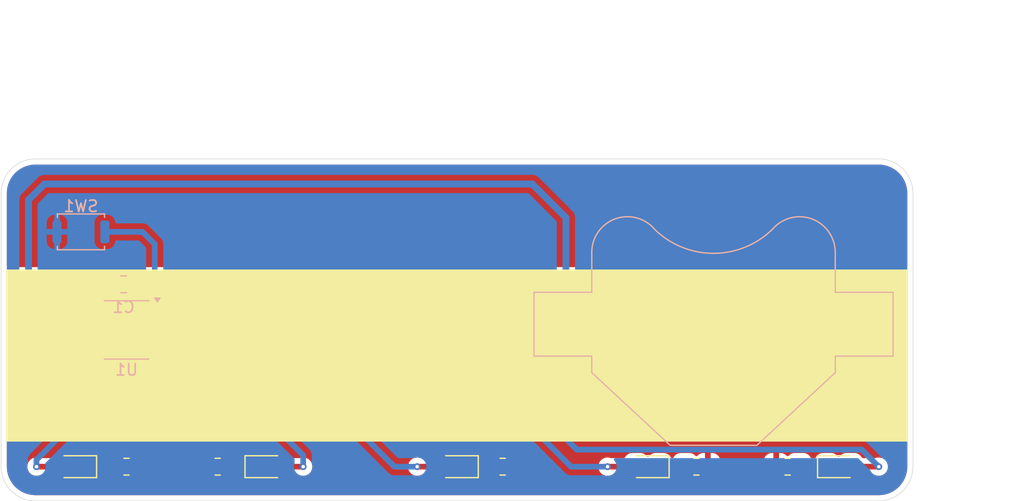
<source format=kicad_pcb>
(kicad_pcb (version 20240108) (generator "pcbnew") (generator_version "8.0")
  (layers (0 "F.Cu" signal) (31 "B.Cu" signal) (34 "B.Paste" user) (35 "F.Paste" user) (36 "B.SilkS" user "B.Silkscreen") (37 "F.SilkS" user "F.Silkscreen") (38 "B.Mask" user) (39 "F.Mask" user) (44 "Edge.Cuts" user))
  (net 0 "")
  (net 1 "+BATT")
  (net 2 "GND")
  (net 3 "Net-(D1-K)")
  (net 4 "Net-(D1-A)")
  (net 5 "Net-(D2-A)")
  (net 6 "Net-(D2-K)")
  (net 7 "Net-(D3-A)")
  (net 8 "Net-(D3-K)")
  (net 9 "Net-(D4-K)")
  (net 10 "Net-(D4-A)")
  (net 11 "Net-(D5-K)")
  (net 12 "Net-(D5-A)")
  (net 13 "Net-(U1-~{RESET}{slash}PB5)")
  (footprint "Resistor_SMD:R_0805_2012Metric_Pad1.20x1.40mm_HandSolder" (layer "F.Cu") (at 133 85.5 180)
    (property "Reference" "R5" (hide yes))
    (property "Value" "R" (hide yes))
    (fp_line (start -0.227064 0.735) (end 0.227064 0.735) (stroke (width 0.12)) (layer "F.SilkS"))
    (fp_line (start -0.227064 -0.735) (end 0.227064 -0.735) (stroke (width 0.12)) (layer "F.SilkS"))
    (pad "1" smd roundrect (at -1 0 180) (size 1.2 1.4) (layers "F.Cu" "F.Paste" "F.Mask") (roundrect_rratio 0.208333) (net 11 "Net-(D5-K)"))
    (pad "2" smd roundrect (at 1 0 180) (size 1.2 1.4) (layers "F.Cu" "F.Paste" "F.Mask") (roundrect_rratio 0.208333) (net 2 "GND"))
  )
  (footprint "Resistor_SMD:R_0805_2012Metric_Pad1.20x1.40mm_HandSolder" (layer "F.Cu") (at 83 85.5 180)
    (property "Reference" "R2" (hide yes))
    (property "Value" "R" (hide yes))
    (fp_line (start -0.227064 0.735) (end 0.227064 0.735) (stroke (width 0.12)) (layer "F.SilkS"))
    (fp_line (start -0.227064 -0.735) (end 0.227064 -0.735) (stroke (width 0.12)) (layer "F.SilkS"))
    (pad "1" smd roundrect (at -1 0 180) (size 1.2 1.4) (layers "F.Cu" "F.Paste" "F.Mask") (roundrect_rratio 0.208333) (net 6 "Net-(D2-K)"))
    (pad "2" smd roundrect (at 1 0 180) (size 1.2 1.4) (layers "F.Cu" "F.Paste" "F.Mask") (roundrect_rratio 0.208333) (net 2 "GND"))
  )
  (footprint "LED_SMD:LED_0805_2012Metric_Pad1.15x1.40mm_HandSolder" (layer "F.Cu") (at 137.4875 85.5)
    (property "Reference" "D5" (hide yes))
    (property "Value" "LED" (hide yes))
    (fp_line (start -1.86 -0.96) (end -1.86 0.96) (stroke (width 0.12)) (layer "F.SilkS"))
    (fp_line (start -1.86 0.96) (end 1 0.96) (stroke (width 0.12)) (layer "F.SilkS"))
    (fp_line (start 1 -0.96) (end -1.86 -0.96) (stroke (width 0.12)) (layer "F.SilkS"))
    (pad "1" smd roundrect (at -1.025 0) (size 1.15 1.4) (layers "F.Cu" "F.Paste" "F.Mask") (roundrect_rratio 0.217391) (net 11 "Net-(D5-K)"))
    (pad "2" smd roundrect (at 1.025 0) (size 1.15 1.4) (layers "F.Cu" "F.Paste" "F.Mask") (roundrect_rratio 0.217391) (net 12 "Net-(D5-A)"))
  )
  (footprint "Resistor_SMD:R_0805_2012Metric_Pad1.20x1.40mm_HandSolder" (layer "F.Cu") (at 108 85.5)
    (property "Reference" "R3" (hide yes))
    (property "Value" "R" (hide yes))
    (fp_line (start -0.227064 -0.735) (end 0.227064 -0.735) (stroke (width 0.12)) (layer "F.SilkS"))
    (fp_line (start -0.227064 0.735) (end 0.227064 0.735) (stroke (width 0.12)) (layer "F.SilkS"))
    (pad "1" smd roundrect (at -1 0) (size 1.2 1.4) (layers "F.Cu" "F.Paste" "F.Mask") (roundrect_rratio 0.208333) (net 8 "Net-(D3-K)"))
    (pad "2" smd roundrect (at 1 0) (size 1.2 1.4) (layers "F.Cu" "F.Paste" "F.Mask") (roundrect_rratio 0.208333) (net 2 "GND"))
  )
  (footprint "Resistor_SMD:R_0805_2012Metric_Pad1.20x1.40mm_HandSolder" (layer "F.Cu") (at 125 85.5)
    (property "Reference" "R4" (hide yes))
    (property "Value" "R" (hide yes))
    (fp_line (start -0.227064 -0.735) (end 0.227064 -0.735) (stroke (width 0.12)) (layer "F.SilkS"))
    (fp_line (start -0.227064 0.735) (end 0.227064 0.735) (stroke (width 0.12)) (layer "F.SilkS"))
    (pad "1" smd roundrect (at -1 0) (size 1.2 1.4) (layers "F.Cu" "F.Paste" "F.Mask") (roundrect_rratio 0.208333) (net 9 "Net-(D4-K)"))
    (pad "2" smd roundrect (at 1 0) (size 1.2 1.4) (layers "F.Cu" "F.Paste" "F.Mask") (roundrect_rratio 0.208333) (net 2 "GND"))
  )
  (footprint "LED_SMD:LED_0805_2012Metric_Pad1.15x1.40mm_HandSolder" (layer "F.Cu") (at 87.25625 85.5)
    (property "Reference" "D2" (hide yes))
    (property "Value" "LED" (hide yes))
    (fp_line (start -1.86 -0.96) (end -1.86 0.96) (stroke (width 0.12)) (layer "F.SilkS"))
    (fp_line (start -1.86 0.96) (end 1 0.96) (stroke (width 0.12)) (layer "F.SilkS"))
    (fp_line (start 1 -0.96) (end -1.86 -0.96) (stroke (width 0.12)) (layer "F.SilkS"))
    (pad "1" smd roundrect (at -1.025 0) (size 1.15 1.4) (layers "F.Cu" "F.Paste" "F.Mask") (roundrect_rratio 0.217391) (net 6 "Net-(D2-K)"))
    (pad "2" smd roundrect (at 1.025 0) (size 1.15 1.4) (layers "F.Cu" "F.Paste" "F.Mask") (roundrect_rratio 0.217391) (net 5 "Net-(D2-A)"))
  )
  (footprint "LED_SMD:LED_0805_2012Metric_Pad1.15x1.40mm_HandSolder" (layer "F.Cu") (at 104 85.5 180)
    (property "Reference" "D3" (hide yes))
    (property "Value" "LED" (hide yes))
    (fp_line (start 1 -0.96) (end -1.86 -0.96) (stroke (width 0.12)) (layer "F.SilkS"))
    (fp_line (start -1.86 0.96) (end 1 0.96) (stroke (width 0.12)) (layer "F.SilkS"))
    (fp_line (start -1.86 -0.96) (end -1.86 0.96) (stroke (width 0.12)) (layer "F.SilkS"))
    (pad "1" smd roundrect (at -1.025 0 180) (size 1.15 1.4) (layers "F.Cu" "F.Paste" "F.Mask") (roundrect_rratio 0.217391) (net 8 "Net-(D3-K)"))
    (pad "2" smd roundrect (at 1.025 0 180) (size 1.15 1.4) (layers "F.Cu" "F.Paste" "F.Mask") (roundrect_rratio 0.217391) (net 7 "Net-(D3-A)"))
  )
  (footprint "Resistor_SMD:R_0805_2012Metric_Pad1.20x1.40mm_HandSolder" (layer "F.Cu") (at 75 85.5)
    (property "Reference" "R1" (hide yes))
    (property "Value" "R" (hide yes))
    (fp_line (start -0.227064 -0.735) (end 0.227064 -0.735) (stroke (width 0.12)) (layer "F.SilkS"))
    (fp_line (start -0.227064 0.735) (end 0.227064 0.735) (stroke (width 0.12)) (layer "F.SilkS"))
    (pad "1" smd roundrect (at -1 0) (size 1.2 1.4) (layers "F.Cu" "F.Paste" "F.Mask") (roundrect_rratio 0.208333) (net 3 "Net-(D1-K)"))
    (pad "2" smd roundrect (at 1 0) (size 1.2 1.4) (layers "F.Cu" "F.Paste" "F.Mask") (roundrect_rratio 0.208333) (net 2 "GND"))
  )
  (footprint "LED_SMD:LED_0805_2012Metric_Pad1.15x1.40mm_HandSolder" (layer "F.Cu") (at 120.74375 85.5 180)
    (property "Reference" "D4" (hide yes))
    (property "Value" "LED" (hide yes))
    (fp_line (start 1 -0.96) (end -1.86 -0.96) (stroke (width 0.12)) (layer "F.SilkS"))
    (fp_line (start -1.86 0.96) (end 1 0.96) (stroke (width 0.12)) (layer "F.SilkS"))
    (fp_line (start -1.86 -0.96) (end -1.86 0.96) (stroke (width 0.12)) (layer "F.SilkS"))
    (pad "1" smd roundrect (at -1.025 0 180) (size 1.15 1.4) (layers "F.Cu" "F.Paste" "F.Mask") (roundrect_rratio 0.217391) (net 9 "Net-(D4-K)"))
    (pad "2" smd roundrect (at 1.025 0 180) (size 1.15 1.4) (layers "F.Cu" "F.Paste" "F.Mask") (roundrect_rratio 0.217391) (net 10 "Net-(D4-A)"))
  )
  (footprint "LED_SMD:LED_0805_2012Metric_Pad1.15x1.40mm_HandSolder" (layer "F.Cu") (at 70.5125 85.5 180)
    (property "Reference" "D1" (hide yes))
    (property "Value" "LED" (hide yes))
    (fp_line (start 1 -0.96) (end -1.86 -0.96) (stroke (width 0.12)) (layer "F.SilkS"))
    (fp_line (start -1.86 0.96) (end 1 0.96) (stroke (width 0.12)) (layer "F.SilkS"))
    (fp_line (start -1.86 -0.96) (end -1.86 0.96) (stroke (width 0.12)) (layer "F.SilkS"))
    (pad "1" smd roundrect (at -1.025 0 180) (size 1.15 1.4) (layers "F.Cu" "F.Paste" "F.Mask") (roundrect_rratio 0.217391) (net 3 "Net-(D1-K)"))
    (pad "2" smd roundrect (at 1.025 0 180) (size 1.15 1.4) (layers "F.Cu" "F.Paste" "F.Mask") (roundrect_rratio 0.217391) (net 4 "Net-(D1-A)"))
  )
  (footprint "Package_SO:SOIC-8_3.9x4.9mm_P1.27mm" (layer "B.Cu") (at 75 73.5 180)
    (property "Reference" "U1" (at 0 -3.5 180) (layer "B.SilkS") (effects (justify mirror)))
    (property "Value" "ATtiny13A-SS" (hide yes))
    (fp_line (start 1.95 2.56) (end 0 2.56) (stroke (width 0.12)) (layer "B.SilkS"))
    (fp_line (start 1.95 -2.56) (end 0 -2.56) (stroke (width 0.12)) (layer "B.SilkS"))
    (fp_line (start -1.95 2.56) (end 0 2.56) (stroke (width 0.12)) (layer "B.SilkS"))
    (fp_line (start -1.95 -2.56) (end 0 -2.56) (stroke (width 0.12)) (layer "B.SilkS"))
    (fp_poly (pts (xy -2.7 2.465) (xy -2.94 2.795) (xy -2.46 2.795) (xy -2.7 2.465)) (stroke (width 0.12)) (fill solid) (layer "B.SilkS"))
    (pad "1" smd roundrect (at -2.475 1.905 180) (size 1.95 0.6) (layers "B.Cu" "B.Paste" "B.Mask") (net 13 "Net-(U1-~{RESET}{slash}PB5)"))
    (pad "2" smd roundrect (at -2.475 0.635 180) (size 1.95 0.6) (layers "B.Cu" "B.Paste" "B.Mask") (net 12 "Net-(D5-A)"))
    (pad "3" smd roundrect (at -2.475 -0.635 180) (size 1.95 0.6) (layers "B.Cu" "B.Paste" "B.Mask") (net 10 "Net-(D4-A)"))
    (pad "4" smd roundrect (at -2.475 -1.905 180) (size 1.95 0.6) (layers "B.Cu" "B.Paste" "B.Mask") (net 2 "GND"))
    (pad "5" smd roundrect (at 2.475 -1.905 180) (size 1.95 0.6) (layers "B.Cu" "B.Paste" "B.Mask") (net 4 "Net-(D1-A)"))
    (pad "6" smd roundrect (at 2.475 -0.635 180) (size 1.95 0.6) (layers "B.Cu" "B.Paste" "B.Mask") (net 5 "Net-(D2-A)"))
    (pad "7" smd roundrect (at 2.475 0.635 180) (size 1.95 0.6) (layers "B.Cu" "B.Paste" "B.Mask") (net 7 "Net-(D3-A)"))
    (pad "8" smd roundrect (at 2.475 1.905 180) (size 1.95 0.6) (layers "B.Cu" "B.Paste" "B.Mask") (net 1 "+BATT"))
  )
  (footprint "Battery:BatteryHolder_Multicomp_BC-2001_1x2032" (layer "B.Cu") (at 126.5 73 180)
    (property "Reference" "BT1" (hide yes))
    (property "Value" "Battery_Cell")
    (fp_line (start 15.75 2.8) (end 15.75 -2.8) (stroke (width 0.12)) (layer "B.SilkS"))
    (fp_line (start 15.75 -2.8) (end 10.68 -2.8) (stroke (width 0.12)) (layer "B.SilkS"))
    (fp_line (start 10.68 6.35) (end 10.68 2.8) (stroke (width 0.12)) (layer "B.SilkS"))
    (fp_line (start 10.68 2.8) (end 15.75 2.8) (stroke (width 0.12)) (layer "B.SilkS"))
    (fp_line (start 10.68 -4.25) (end 10.68 -2.8) (stroke (width 0.12)) (layer "B.SilkS"))
    (fp_line (start 3.8 -10.63) (end 10.68 -4.25) (stroke (width 0.12)) (layer "B.SilkS"))
    (fp_line (start -3.8 -10.63) (end 3.8 -10.63) (stroke (width 0.12)) (layer "B.SilkS"))
    (fp_line (start -3.8 -10.63) (end -10.68 -4.25) (stroke (width 0.12)) (layer "B.SilkS"))
    (fp_line (start -10.68 6.28) (end -10.68 2.8) (stroke (width 0.12)) (layer "B.SilkS"))
    (fp_line (start -10.68 2.8) (end -15.75 2.8) (stroke (width 0.12)) (layer "B.SilkS"))
    (fp_line (start -10.68 -2.8) (end -15.75 -2.8) (stroke (width 0.12)) (layer "B.SilkS"))
    (fp_line (start -10.68 -4.25) (end -10.68 -2.8) (stroke (width 0.12)) (layer "B.SilkS"))
    (fp_line (start -15.75 2.8) (end -15.75 -2.8) (stroke (width 0.12)) (layer "B.SilkS"))
    (fp_arc (start 10.68 6.3) (mid 8.734461 9.197232) (end 5.316452 8.492753) (stroke (width 0.12)) (layer "B.SilkS"))
    (fp_arc (start -5.169999 8.330001) (mid 0.096808 6.218103) (end 5.306422 8.467392) (stroke (width 0.12)) (layer "B.SilkS"))
    (fp_arc (start -5.180001 8.339999) (mid -8.637972 9.23169) (end -10.677058 6.3) (stroke (width 0.12)) (layer "B.SilkS"))
    (pad "1" smd rect (at -12.95 0 180) (size 5 5) (layers "B.Cu" "B.Paste" "B.Mask"))
    (pad "1" smd rect (at 12.95 0 180) (size 5 5) (layers "B.Cu" "B.Paste" "B.Mask") (net 1 "+BATT"))
    (pad "2" smd rect (at 0 0 180) (size 4 4) (layers "B.Cu" "B.Paste" "B.Mask") (net 2 "GND"))
  )
  (footprint "Button_Switch_SMD:SW_Push_SPST_NO_Alps_SKRK" (layer "B.Cu") (at 71 64.9 180)
    (property "Reference" "SW1" (at 0 2.25 180) (layer "B.SilkS") (effects (justify mirror)))
    (property "Value" "SW_Push" (hide yes))
    (fp_line (start 2.07 1.57) (end -2.07 1.57) (stroke (width 0.12)) (layer "B.SilkS"))
    (fp_line (start 2.07 1.27) (end 2.07 1.57) (stroke (width 0.12)) (layer "B.SilkS"))
    (fp_line (start 2.07 -1.57) (end 2.07 -1.27) (stroke (width 0.12)) (layer "B.SilkS"))
    (fp_line (start -2.07 1.57) (end -2.07 1.27) (stroke (width 0.12)) (layer "B.SilkS"))
    (fp_line (start -2.07 -1.27) (end -2.07 -1.57) (stroke (width 0.12)) (layer "B.SilkS"))
    (fp_line (start -2.07 -1.57) (end 2.07 -1.57) (stroke (width 0.12)) (layer "B.SilkS"))
    (pad "1" smd roundrect (at -2.1 0 180) (size 0.8 2) (layers "B.Cu" "B.Paste" "B.Mask") (net 13 "Net-(U1-~{RESET}{slash}PB5)"))
    (pad "2" smd roundrect (at 2.1 0 180) (size 0.8 2) (layers "B.Cu" "B.Paste" "B.Mask") (net 2 "GND"))
  )
  (footprint "Capacitor_SMD:C_0805_2012Metric_Pad1.18x1.45mm_HandSolder" (layer "B.Cu") (at 74.75 69.5)
    (property "Reference" "C1" (at 0 2 360) (layer "B.SilkS") (effects (justify mirror)))
    (property "Value" "0.1u" (hide yes))
    (fp_line (start 0.261252 -0.735) (end -0.261252 -0.735) (stroke (width 0.12)) (layer "B.SilkS"))
    (fp_line (start 0.261252 0.735) (end -0.261252 0.735) (stroke (width 0.12)) (layer "B.SilkS"))
    (pad "1" smd roundrect (at -1.0375 0) (size 1.175 1.45) (layers "B.Cu" "B.Paste" "B.Mask") (roundrect_rratio 0.212766) (net 1 "+BATT"))
    (pad "2" smd roundrect (at 1.0375 0) (size 1.175 1.45) (layers "B.Cu" "B.Paste" "B.Mask") (roundrect_rratio 0.212766) (net 2 "GND"))
  )
  (gr_rect (start 64.5 68.25) (end 143.5 83.25) (stroke (width 0.1)) (fill solid) (layer "F.SilkS"))
  (gr_line (start 144 61.5) (end 144 85.5) (stroke (width 0.05)) (layer "Edge.Cuts"))
  (gr_arc (start 144 85.5) (mid 143.12132 87.62132) (end 141 88.5) (stroke (width 0.05)) (layer "Edge.Cuts"))
  (gr_line (start 67 58.5) (end 141 58.5) (stroke (width 0.05)) (layer "Edge.Cuts"))
  (gr_arc (start 141 58.5) (mid 143.12132 59.37868) (end 144 61.5) (stroke (width 0.05)) (layer "Edge.Cuts"))
  (gr_line (start 64 85.5) (end 64 61.5) (stroke (width 0.05)) (layer "Edge.Cuts"))
  (gr_arc (start 64 61.5) (mid 64.87868 59.37868) (end 67 58.5) (stroke (width 0.05)) (layer "Edge.Cuts"))
  (gr_arc (start 67 88.5) (mid 64.87868 87.62132) (end 64 85.5) (stroke (width 0.05)) (layer "Edge.Cuts"))
  (gr_line (start 141 88.5) (end 67 88.5) (stroke (width 0.05)) (layer "Edge.Cuts"))
  (segment (start 66.4 62.1) (end 66.4 70.5) (width 0.6) (layer "B.Cu") (net 1))
  (segment (start 66.4 70.5) (end 67.495 71.595) (width 0.6) (layer "B.Cu") (net 1))
  (segment (start 72.525 71.595) (end 72.525 69.75) (width 0.5) (layer "B.Cu") (net 1))
  (segment (start 72.525 69.75) (end 72.775 69.5) (width 0.5) (layer "B.Cu") (net 1))
  (segment (start 113.55 73) (end 113.55 63.65) (width 0.6) (layer "B.Cu") (net 1))
  (segment (start 113.55 63.65) (end 110.6 60.7) (width 0.6) (layer "B.Cu") (net 1))
  (segment (start 72.775 69.5) (end 73.7125 69.5) (width 0.5) (layer "B.Cu") (net 1))
  (segment (start 67.495 71.595) (end 72.525 71.595) (width 0.6) (layer "B.Cu") (net 1))
  (segment (start 67.8 60.7) (end 66.4 62.1) (width 0.6) (layer "B.Cu") (net 1))
  (segment (start 110.6 60.7) (end 67.8 60.7) (width 0.6) (layer "B.Cu") (net 1))
  (segment (start 74 85.5) (end 71.5375 85.5) (width 0.5) (layer "F.Cu") (net 3))
  (segment (start 69.4875 85.5) (end 67.1 85.5) (width 0.5) (layer "F.Cu") (net 4))
  (via (at 67.1 85.5) (size 0.6) (drill 0.3) (layers "F.Cu" "B.Cu") (net 4))
  (segment (start 67.1 85.5) (end 67.1 84.9) (width 0.5) (layer "B.Cu") (net 4))
  (segment (start 72.525 79.475) (end 72.525 75.405) (width 0.5) (layer "B.Cu") (net 4))
  (segment (start 67.1 84.9) (end 72.525 79.475) (width 0.5) (layer "B.Cu") (net 4))
  (segment (start 88.28125 85.5) (end 90.5 85.5) (width 0.5) (layer "F.Cu") (net 5))
  (via (at 90.5 85.5) (size 0.6) (drill 0.3) (layers "F.Cu" "B.Cu") (net 5))
  (segment (start 90.5 84.5) (end 88 82) (width 0.5) (layer "B.Cu") (net 5))
  (segment (start 73.499999 74.135) (end 72.525 74.135) (width 0.5) (layer "B.Cu") (net 5))
  (segment (start 77 82) (end 74.7 79.7) (width 0.5) (layer "B.Cu") (net 5))
  (segment (start 90.5 85.5) (end 90.5 84.5) (width 0.5) (layer "B.Cu") (net 5))
  (segment (start 74.7 79.7) (end 74.7 75.335001) (width 0.5) (layer "B.Cu") (net 5))
  (segment (start 88 82) (end 77 82) (width 0.5) (layer "B.Cu") (net 5))
  (segment (start 74.7 75.335001) (end 73.499999 74.135) (width 0.5) (layer "B.Cu") (net 5))
  (segment (start 86.23125 85.5) (end 84 85.5) (width 0.5) (layer "F.Cu") (net 6))
  (segment (start 102.975 85.5) (end 100.5 85.5) (width 0.5) (layer "F.Cu") (net 7))
  (via (at 100.5 85.5) (size 0.6) (drill 0.3) (layers "F.Cu" "B.Cu") (net 7))
  (segment (start 98.5 85.5) (end 93.9 80.9) (width 0.5) (layer "B.Cu") (net 7))
  (segment (start 75.8 79.1) (end 75.8 74.8) (width 0.5) (layer "B.Cu") (net 7))
  (segment (start 100.5 85.5) (end 98.5 85.5) (width 0.5) (layer "B.Cu") (net 7))
  (segment (start 73.865 72.865) (end 72.525 72.865) (width 0.5) (layer "B.Cu") (net 7))
  (segment (start 75.8 74.8) (end 73.865 72.865) (width 0.5) (layer "B.Cu") (net 7))
  (segment (start 77.6 80.9) (end 75.8 79.1) (width 0.5) (layer "B.Cu") (net 7))
  (segment (start 93.9 80.9) (end 77.6 80.9) (width 0.5) (layer "B.Cu") (net 7))
  (segment (start 107 85.5) (end 105.025 85.5) (width 0.5) (layer "F.Cu") (net 8))
  (segment (start 121.76875 85.5) (end 124 85.5) (width 0.5) (layer "F.Cu") (net 9))
  (segment (start 119.71875 85.5) (end 117.2 85.5) (width 0.5) (layer "F.Cu") (net 10))
  (via (at 117.2 85.5) (size 0.6) (drill 0.3) (layers "F.Cu" "B.Cu") (net 10))
  (segment (start 114 85.5) (end 102.635 74.135) (width 0.5) (layer "B.Cu") (net 10))
  (segment (start 102.635 74.135) (end 77.475 74.135) (width 0.5) (layer "B.Cu") (net 10))
  (segment (start 117.2 85.5) (end 114 85.5) (width 0.5) (layer "B.Cu") (net 10))
  (segment (start 134 85.5) (end 136.4625 85.5) (width 0.5) (layer "F.Cu") (net 11))
  (segment (start 138.5125 85.5) (end 141 85.5) (width 0.5) (layer "F.Cu") (net 12))
  (via (at 141 85.5) (size 0.6) (drill 0.3) (layers "F.Cu" "B.Cu") (net 12))
  (segment (start 114.5 84) (end 103.365 72.865) (width 0.5) (layer "B.Cu") (net 12))
  (segment (start 103.365 72.865) (end 77.475 72.865) (width 0.5) (layer "B.Cu") (net 12))
  (segment (start 139.5 84) (end 114.5 84) (width 0.5) (layer "B.Cu") (net 12))
  (segment (start 141 85.5) (end 139.5 84) (width 0.5) (layer "B.Cu") (net 12))
  (segment (start 76.4 64.9) (end 73.1 64.9) (width 0.5) (layer "B.Cu") (net 13))
  (segment (start 77.475 71.595) (end 77.475 65.975) (width 0.5) (layer "B.Cu") (net 13))
  (segment (start 77.475 65.975) (end 76.4 64.9) (width 0.5) (layer "B.Cu") (net 13))
  (zone (net 0) (net_name "") (layer "F.Cu") (connect_pads (clearance 0.5)) (min_thickness 0.25) (fill yes (thermal_gap 0.5) (thermal_bridge_width 0.5) (island_removal_mode 1) (island_area_min 10))
    (polygon (pts (xy 143.9 68.2) (xy 63.9 68.2) (xy 64 58.5) (xy 144 58.5)))
  )
  (zone (net 2) (net_name "GND") (layer "F.Cu") (connect_pads (clearance 0.5)) (min_thickness 0.25) (fill yes (thermal_gap 0.5) (thermal_bridge_width 0.5))
    (polygon (pts (xy 144 88.5) (xy 64 88.5) (xy 64 68.5) (xy 144 68.5)))
  )
  (zone (net 2) (net_name "GND") (layer "B.Cu") (priority 1) (connect_pads (clearance 0.5)) (min_thickness 0.25) (fill yes (thermal_gap 0.5) (thermal_bridge_width 0.5) (island_removal_mode 1) (island_area_min 10))
    (polygon (pts (xy 64 58.5) (xy 144 58.5) (xy 144 88.5) (xy 64 88.5)))
  )
)
</source>
